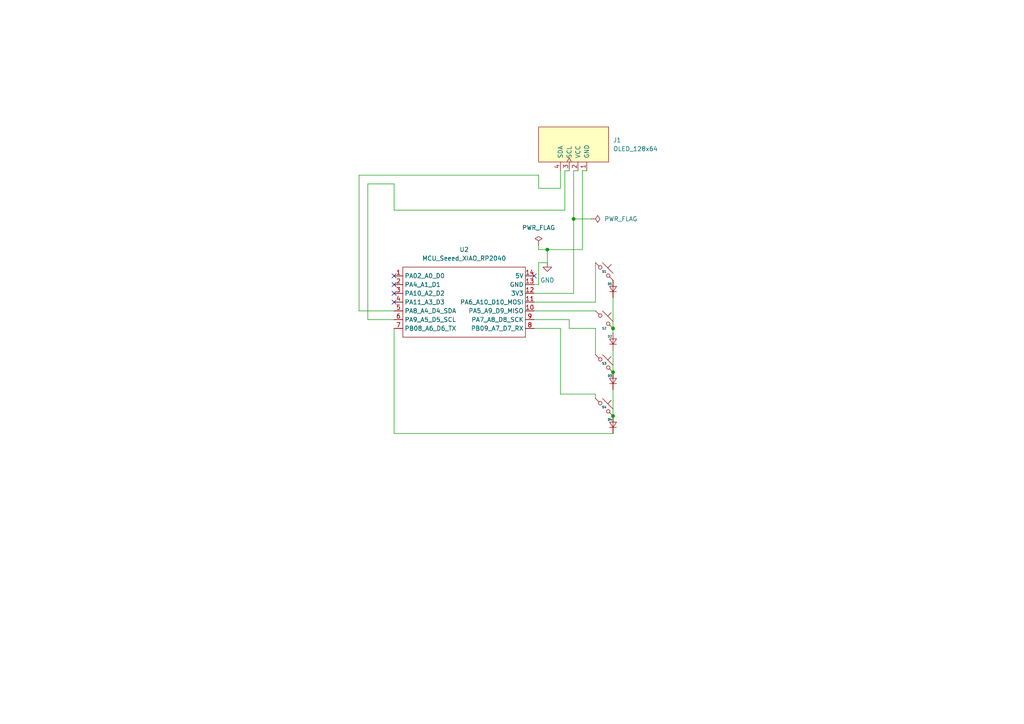
<source format=kicad_sch>
(kicad_sch (version 20250114) (generator "eeschema") (generator_version "9.0")
  (paper "A4")
  (lib_symbols
    (symbol "ScottoKeebs:MCU_Seeed_XIAO_RP2040"
      (property "Reference" "U" (at -16.51 11.43 0))
      (property "Value" "MCU_Seeed_XIAO_RP2040" (at -3.81 -11.43 0))
      (symbol "MCU_Seeed_XIAO_RP2040_0_1"
        (rectangle (start -16.51 10.16) (end 19.05 -10.16))
      )
      (symbol "MCU_Seeed_XIAO_RP2040_1_1"
        (pin passive line (at -19.05 7.62 0) (length 2.54) (name "PA02_A0_D0") (number "1"))
        (pin passive line (at -19.05 5.08 0) (length 2.54) (name "PA4_A1_D1") (number "2"))
        (pin passive line (at -19.05 2.54 0) (length 2.54) (name "PA10_A2_D2") (number "3"))
        (pin passive line (at -19.05 0 0) (length 2.54) (name "PA11_A3_D3") (number "4"))
        (pin passive line (at -19.05 -2.54 0) (length 2.54) (name "PA8_A4_D4_SDA") (number "5"))
        (pin passive line (at -19.05 -5.08 0) (length 2.54) (name "PA9_A5_D5_SCL") (number "6"))
        (pin passive line (at -19.05 -7.62 0) (length 2.54) (name "PB08_A6_D6_TX") (number "7"))
        (pin passive line (at 21.59 7.62 180) (length 2.54) (name "5V") (number "14"))
        (pin passive line (at 21.59 5.08 180) (length 2.54) (name "GND") (number "13"))
        (pin passive line (at 21.59 2.54 180) (length 2.54) (name "3V3") (number "12"))
        (pin passive line (at 21.59 0 180) (length 2.54) (name "PA6_A10_D10_MOSI") (number "11"))
        (pin passive line (at 21.59 -2.54 180) (length 2.54) (name "PA5_A9_D9_MISO") (number "10"))
        (pin passive line (at 21.59 -5.08 180) (length 2.54) (name "PA7_A8_D8_SCK") (number "9"))
        (pin passive line (at 21.59 -7.62 180) (length 2.54) (name "PB09_A7_D7_RX") (number "8"))
      )
    )
    (symbol "ScottoKeebs:Placeholder_Diode" (pin_numbers (hide yes)) (pin_names (hide yes))
      (property "Reference" "D" (at -0.15 1.066 0))
      (symbol "Placeholder_Diode_0_1"
        (polyline (pts (xy 0 -0.762) (xy 0 0.762)))
      )
      (symbol "Placeholder_Diode_1_1"
        (polyline (pts (xy 1.016 0.762) (xy 0 -0.762) (xy -1.016 0.762) (xy 1.016 0.762)) (stroke (width 0.1524)))
        (polyline (pts (xy 1.016 -0.762) (xy -1.016 -0.762)) (stroke (width 0.1524)))
        (pin passive line (at 0 2.54 270) (length 1.778) (name "A") (number "2"))
        (pin passive line (at 0 -2.54 90) (length 1.778) (name "K") (number "1"))
      )
    )
    (symbol "ScottoKeebs:Placeholder_Keyswitch" (pin_numbers (hide yes)) (pin_names (offset 1.016) (hide yes))
      (property "Reference" "S" (at 0 0 0))
      (symbol "Placeholder_Keyswitch_0_1"
        (polyline (pts (xy -2.54 2.54) (xy -1.524 1.524) (xy -1.524 1.524)))
        (circle (center -1.1684 1.1684) (radius 0.508))
        (polyline (pts (xy -0.508 2.54) (xy 2.54 -0.508)))
        (polyline (pts (xy 1.016 1.016) (xy 2.032 2.032)))
        (circle (center 1.143 -1.1938) (radius 0.508))
        (polyline (pts (xy 1.524 -1.524) (xy 2.54 -2.54) (xy 2.54 -2.54) (xy 2.54 -2.54)))
        (pin passive line (at -2.54 2.54 0) (length 0) (name "1") (number "1"))
        (pin passive line (at 2.54 -2.54 180) (length 0) (name "2") (number "2"))
      )
    )
    (symbol "power:GND" (power) (pin_numbers (hide yes)) (pin_names (offset 0) (hide yes))
      (property "Value" "GND" (at 0 -3.81 0))
      (symbol "GND_0_1"
        (polyline (pts (xy 0 0) (xy 0 -1.27) (xy 1.27 -1.27) (xy 0 -2.54) (xy -1.27 -1.27) (xy 0 -1.27)))
      )
      (symbol "GND_1_1"
        (pin power_in line (at 0 0 270) (length 0) (name "~") (number "1"))
      )
    )
    (symbol "power:PWR_FLAG" (power) (pin_numbers (hide yes)) (pin_names (offset 0) (hide yes))
      (property "Value" "PWR_FLAG" (at 0 3.81 0))
      (symbol "PWR_FLAG_0_0"
        (pin power_out line (at 0 0 90) (length 0) (name "~") (number "1"))
      )
      (symbol "PWR_FLAG_0_1"
        (polyline (pts (xy 0 0) (xy 0 1.27) (xy -1.016 1.905) (xy 0 2.54) (xy 1.016 1.905) (xy 0 1.27)))
      )
    )
    (symbol "symbs:OLED_128x64" (pin_names (offset 1.016))
      (property "Reference" "J" (at 0 -11.43 0))
      (property "Value" "OLED_128x64" (at 0 -7.62 0))
      (symbol "OLED_128x64_0_1"
        (rectangle (start 10.16 -10.16) (end -10.16 0) (fill (type background)))
      )
      (symbol "OLED_128x64_1_1"
        (pin power_in line (at -3.81 2.54 270) (length 2.54) (name "GND") (number "1"))
        (pin power_in line (at -1.27 2.54 270) (length 2.54) (name "VCC") (number "2"))
        (pin input clock (at 1.27 2.54 270) (length 2.54) (name "SCL") (number "3"))
        (pin bidirectional line (at 3.81 2.54 270) (length 2.54) (name "SDA") (number "4"))
      )
    )
  )
  (junction (at 177.8 95.25))
  (junction (at 177.8 120.65))
  (junction (at 166.37 63.5))
  (junction (at 158.75 72.39))
  (junction (at 177.8 107.95))
  (no_connect (at 154.94 80.01))
  (no_connect (at 114.3 87.63))
  (no_connect (at 114.3 85.09))
  (no_connect (at 114.3 82.55))
  (no_connect (at 114.3 80.01))
  (wire (pts (xy 154.94 82.55) (xy 156.21 82.55)))
  (wire (pts (xy 154.94 85.09) (xy 166.37 85.09)))
  (wire (pts (xy 104.14 50.8) (xy 104.14 90.17)))
  (wire (pts (xy 177.8 113.03) (xy 177.8 120.65)))
  (wire (pts (xy 156.21 50.8) (xy 156.21 54.61)))
  (wire (pts (xy 158.75 72.39) (xy 158.75 76.2)))
  (wire (pts (xy 166.37 63.5) (xy 166.37 85.09)))
  (wire (pts (xy 104.14 90.17) (xy 114.3 90.17)))
  (wire (pts (xy 171.45 63.5) (xy 166.37 63.5)))
  (wire (pts (xy 162.56 95.25) (xy 162.56 114.3)))
  (wire (pts (xy 166.37 49.53) (xy 167.64 49.53)))
  (wire (pts (xy 156.21 71.12) (xy 156.21 72.39)))
  (wire (pts (xy 114.3 53.34) (xy 114.3 60.96)))
  (wire (pts (xy 168.91 49.53) (xy 170.18 49.53)))
  (wire (pts (xy 163.83 49.53) (xy 165.1 49.53)))
  (wire (pts (xy 114.3 125.73) (xy 114.3 95.25)))
  (wire (pts (xy 154.94 90.17) (xy 172.72 90.17)))
  (wire (pts (xy 177.8 101.6) (xy 177.8 107.95)))
  (wire (pts (xy 163.83 49.53) (xy 163.83 60.96)))
  (wire (pts (xy 154.94 95.25) (xy 162.56 95.25)))
  (wire (pts (xy 156.21 76.2) (xy 158.75 76.2)))
  (wire (pts (xy 177.8 95.25) (xy 177.8 96.52)))
  (wire (pts (xy 172.72 87.63) (xy 172.72 76.2)))
  (wire (pts (xy 177.8 86.36) (xy 177.8 95.25)))
  (wire (pts (xy 168.91 72.39) (xy 158.75 72.39)))
  (wire (pts (xy 104.14 50.8) (xy 156.21 50.8)))
  (wire (pts (xy 165.1 92.71) (xy 165.1 95.25)))
  (wire (pts (xy 106.68 92.71) (xy 114.3 92.71)))
  (wire (pts (xy 162.56 54.61) (xy 162.56 49.53)))
  (wire (pts (xy 172.72 114.3) (xy 172.72 115.57)))
  (wire (pts (xy 156.21 82.55) (xy 156.21 76.2)))
  (wire (pts (xy 168.91 49.53) (xy 168.91 72.39)))
  (wire (pts (xy 165.1 95.25) (xy 172.72 95.25)))
  (wire (pts (xy 154.94 87.63) (xy 172.72 87.63)))
  (wire (pts (xy 156.21 54.61) (xy 162.56 54.61)))
  (wire (pts (xy 177.8 125.73) (xy 114.3 125.73)))
  (wire (pts (xy 172.72 95.25) (xy 172.72 102.87)))
  (wire (pts (xy 106.68 53.34) (xy 106.68 92.71)))
  (wire (pts (xy 114.3 60.96) (xy 163.83 60.96)))
  (wire (pts (xy 166.37 49.53) (xy 166.37 63.5)))
  (wire (pts (xy 106.68 53.34) (xy 114.3 53.34)))
  (wire (pts (xy 162.56 114.3) (xy 172.72 114.3)))
  (wire (pts (xy 156.21 72.39) (xy 158.75 72.39)))
  (wire (pts (xy 154.94 92.71) (xy 165.1 92.71)))
  (symbol (lib_id "ScottoKeebs:Placeholder_Keyswitch") (at 175.26 78.74 0) (unit 1)
    (property "Reference" "S1" (at 175.26 78.74 0) (effects (font (size 0.635 0.635) (thickness 0.127) (bold yes))))
    (property "Footprint" "ScottoKeebs_MX:MX_PCB_1.00u" (effects (hide yes)))
  )
  (symbol (lib_id "ScottoKeebs:Placeholder_Diode") (at 177.8 83.82 0) (unit 1)
    (property "Reference" "D1" (at 177.65 82.754 0) (effects (font (size 0.635 0.635) (thickness 0.127) (bold yes)) (justify right bottom)))
    (property "Footprint" "ScottoKeebs_Components:Diode_DO-35" (effects (hide yes)))
  )
  (symbol (lib_id "ScottoKeebs:Placeholder_Diode") (at 177.8 123.19 0) (unit 1)
    (property "Reference" "D4" (at 177.65 122.124 0) (effects (font (size 0.635 0.635) (thickness 0.127) (bold yes)) (justify right bottom)))
    (property "Footprint" "ScottoKeebs_Components:Diode_DO-35" (effects (hide yes)))
  )
  (symbol (lib_id "power:GND") (at 158.75 76.2 0) (unit 1)
    (property "Reference" "#PWR01" (effects (hide yes)))
    (property "Value" "GND" (at 158.75 81.28 0))
    (property "Description" "Power symbol creates a global label with name \"GND\" , ground" (effects (hide yes)))
  )
  (symbol (lib_id "ScottoKeebs:Placeholder_Keyswitch") (at 175.26 105.41 0) (unit 1)
    (property "Reference" "S3" (at 175.26 105.41 0) (effects (font (size 0.635 0.635) (thickness 0.127) (bold yes))))
    (property "Footprint" "ScottoKeebs_MX:MX_PCB_1.00u" (effects (hide yes)))
  )
  (symbol (lib_id "ScottoKeebs:Placeholder_Keyswitch") (at 175.26 118.11 0) (unit 1)
    (property "Reference" "S4" (at 175.26 118.11 0) (effects (font (size 0.635 0.635) (thickness 0.127) (bold yes))))
    (property "Footprint" "ScottoKeebs_MX:MX_PCB_1.00u" (effects (hide yes)))
  )
  (symbol (lib_id "ScottoKeebs:Placeholder_Diode") (at 177.8 110.49 0) (unit 1)
    (property "Reference" "D3" (at 177.65 109.424 0) (effects (font (size 0.635 0.635) (thickness 0.127) (bold yes)) (justify right bottom)))
    (property "Footprint" "ScottoKeebs_Components:Diode_DO-35" (effects (hide yes)))
  )
  (symbol (lib_id "ScottoKeebs:MCU_Seeed_XIAO_RP2040") (at 133.35 87.63 0) (unit 1)
    (property "Reference" "U2" (at 134.62 72.39 0))
    (property "Value" "MCU_Seeed_XIAO_RP2040" (at 134.62 74.93 0))
    (property "Footprint" "ScottoKeebs_MCU:Seeed_XIAO_RP2040" (effects (hide yes)))
  )
  (symbol (lib_id "ScottoKeebs:Placeholder_Diode") (at 177.8 99.06 0) (unit 1)
    (property "Reference" "D2" (at 177.65 97.994 0) (effects (font (size 0.635 0.635) (thickness 0.127) (bold yes)) (justify right bottom)))
    (property "Footprint" "ScottoKeebs_Components:Diode_DO-35" (effects (hide yes)))
  )
  (symbol (lib_id "power:PWR_FLAG") (at 171.45 63.5 270) (unit 1)
    (property "Reference" "#FLG02" (effects (hide yes)))
    (property "Value" "PWR_FLAG" (at 175.26 63.4999 90) (effects (justify left)))
    (property "Description" "Special symbol for telling ERC where power comes from" (effects (hide yes)))
  )
  (symbol (lib_id "power:PWR_FLAG") (at 156.21 71.12 0) (unit 1)
    (property "Reference" "#FLG01" (effects (hide yes)))
    (property "Value" "PWR_FLAG" (at 156.21 66.04 0))
    (property "Description" "Special symbol for telling ERC where power comes from" (effects (hide yes)))
  )
  (symbol (lib_id "symbs:OLED_128x64") (at 166.37 46.99 180) (unit 1)
    (property "Reference" "J1" (at 177.8 40.6399 0) (effects (justify right)))
    (property "Value" "OLED_128x64" (at 177.8 43.1799 0) (effects (justify right)))
    (property "Footprint" "ScottoKeebs_Components:OLED_128x64" (effects (hide yes)))
  )
  (symbol (lib_id "ScottoKeebs:Placeholder_Keyswitch") (at 175.26 92.71 0) (unit 1)
    (property "Reference" "S2" (at 175.26 95.25 0) (effects (font (size 0.635 0.635) (thickness 0.127) (bold yes))))
    (property "Footprint" "ScottoKeebs_MX:MX_PCB_1.00u" (effects (hide yes)))
  )
)
</source>
